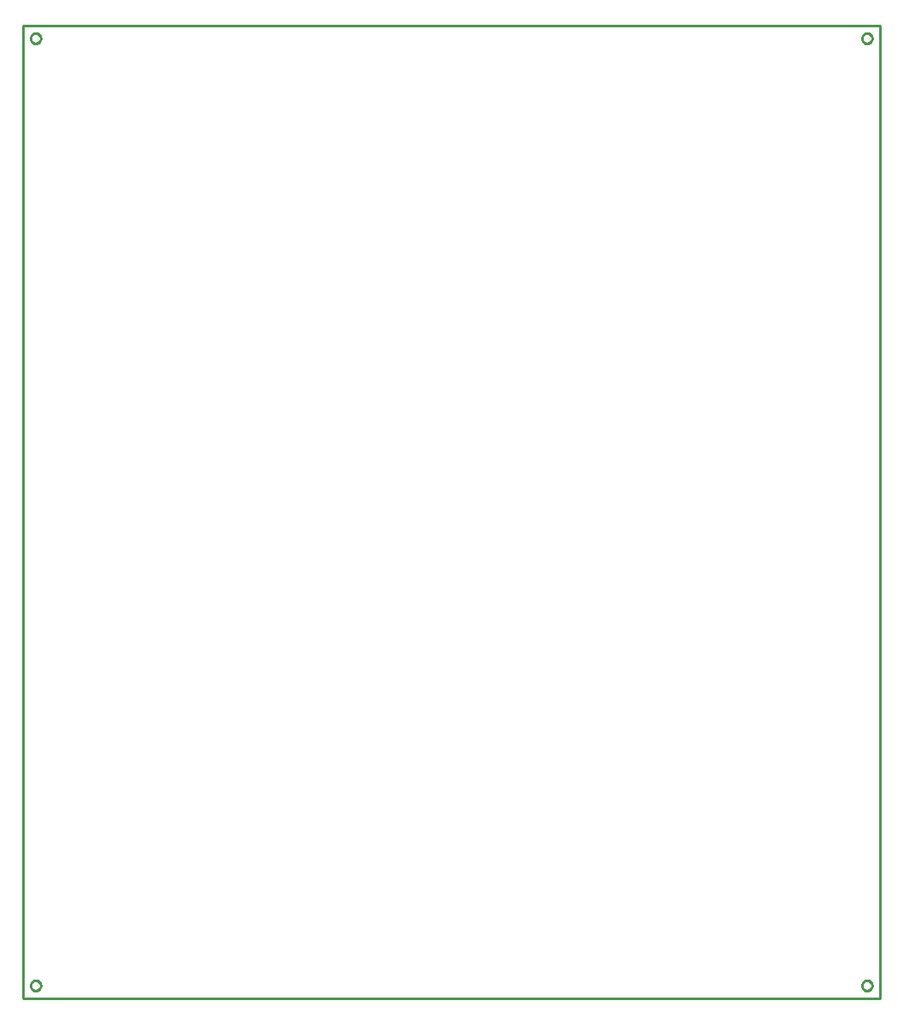
<source format=gbr>
G04 EAGLE Gerber RS-274X export*
G75*
%MOMM*%
%FSLAX34Y34*%
%LPD*%
%IN*%
%IPPOS*%
%AMOC8*
5,1,8,0,0,1.08239X$1,22.5*%
G01*
%ADD10C,0.254000*%


D10*
X0Y38100D02*
X851410Y38100D01*
X851410Y1003200D01*
X0Y1003200D01*
X0Y38100D01*
X17700Y990319D02*
X17637Y989761D01*
X17512Y989214D01*
X17327Y988684D01*
X17083Y988178D01*
X16784Y987702D01*
X16434Y987263D01*
X16037Y986866D01*
X15598Y986516D01*
X15122Y986217D01*
X14616Y985973D01*
X14086Y985788D01*
X13539Y985663D01*
X12981Y985600D01*
X12419Y985600D01*
X11861Y985663D01*
X11314Y985788D01*
X10784Y985973D01*
X10278Y986217D01*
X9802Y986516D01*
X9363Y986866D01*
X8966Y987263D01*
X8616Y987702D01*
X8317Y988178D01*
X8073Y988684D01*
X7888Y989214D01*
X7763Y989761D01*
X7700Y990319D01*
X7700Y990881D01*
X7763Y991439D01*
X7888Y991986D01*
X8073Y992516D01*
X8317Y993022D01*
X8616Y993498D01*
X8966Y993937D01*
X9363Y994334D01*
X9802Y994684D01*
X10278Y994983D01*
X10784Y995227D01*
X11314Y995412D01*
X11861Y995537D01*
X12419Y995600D01*
X12981Y995600D01*
X13539Y995537D01*
X14086Y995412D01*
X14616Y995227D01*
X15122Y994983D01*
X15598Y994684D01*
X16037Y994334D01*
X16434Y993937D01*
X16784Y993498D01*
X17083Y993022D01*
X17327Y992516D01*
X17512Y991986D01*
X17637Y991439D01*
X17700Y990881D01*
X17700Y990319D01*
X843200Y990319D02*
X843137Y989761D01*
X843012Y989214D01*
X842827Y988684D01*
X842583Y988178D01*
X842284Y987702D01*
X841934Y987263D01*
X841537Y986866D01*
X841098Y986516D01*
X840622Y986217D01*
X840116Y985973D01*
X839586Y985788D01*
X839039Y985663D01*
X838481Y985600D01*
X837919Y985600D01*
X837361Y985663D01*
X836814Y985788D01*
X836284Y985973D01*
X835778Y986217D01*
X835302Y986516D01*
X834863Y986866D01*
X834466Y987263D01*
X834116Y987702D01*
X833817Y988178D01*
X833573Y988684D01*
X833388Y989214D01*
X833263Y989761D01*
X833200Y990319D01*
X833200Y990881D01*
X833263Y991439D01*
X833388Y991986D01*
X833573Y992516D01*
X833817Y993022D01*
X834116Y993498D01*
X834466Y993937D01*
X834863Y994334D01*
X835302Y994684D01*
X835778Y994983D01*
X836284Y995227D01*
X836814Y995412D01*
X837361Y995537D01*
X837919Y995600D01*
X838481Y995600D01*
X839039Y995537D01*
X839586Y995412D01*
X840116Y995227D01*
X840622Y994983D01*
X841098Y994684D01*
X841537Y994334D01*
X841934Y993937D01*
X842284Y993498D01*
X842583Y993022D01*
X842827Y992516D01*
X843012Y991986D01*
X843137Y991439D01*
X843200Y990881D01*
X843200Y990319D01*
X843200Y50519D02*
X843137Y49961D01*
X843012Y49414D01*
X842827Y48884D01*
X842583Y48378D01*
X842284Y47902D01*
X841934Y47463D01*
X841537Y47066D01*
X841098Y46716D01*
X840622Y46417D01*
X840116Y46173D01*
X839586Y45988D01*
X839039Y45863D01*
X838481Y45800D01*
X837919Y45800D01*
X837361Y45863D01*
X836814Y45988D01*
X836284Y46173D01*
X835778Y46417D01*
X835302Y46716D01*
X834863Y47066D01*
X834466Y47463D01*
X834116Y47902D01*
X833817Y48378D01*
X833573Y48884D01*
X833388Y49414D01*
X833263Y49961D01*
X833200Y50519D01*
X833200Y51081D01*
X833263Y51639D01*
X833388Y52186D01*
X833573Y52716D01*
X833817Y53222D01*
X834116Y53698D01*
X834466Y54137D01*
X834863Y54534D01*
X835302Y54884D01*
X835778Y55183D01*
X836284Y55427D01*
X836814Y55612D01*
X837361Y55737D01*
X837919Y55800D01*
X838481Y55800D01*
X839039Y55737D01*
X839586Y55612D01*
X840116Y55427D01*
X840622Y55183D01*
X841098Y54884D01*
X841537Y54534D01*
X841934Y54137D01*
X842284Y53698D01*
X842583Y53222D01*
X842827Y52716D01*
X843012Y52186D01*
X843137Y51639D01*
X843200Y51081D01*
X843200Y50519D01*
X17700Y50519D02*
X17637Y49961D01*
X17512Y49414D01*
X17327Y48884D01*
X17083Y48378D01*
X16784Y47902D01*
X16434Y47463D01*
X16037Y47066D01*
X15598Y46716D01*
X15122Y46417D01*
X14616Y46173D01*
X14086Y45988D01*
X13539Y45863D01*
X12981Y45800D01*
X12419Y45800D01*
X11861Y45863D01*
X11314Y45988D01*
X10784Y46173D01*
X10278Y46417D01*
X9802Y46716D01*
X9363Y47066D01*
X8966Y47463D01*
X8616Y47902D01*
X8317Y48378D01*
X8073Y48884D01*
X7888Y49414D01*
X7763Y49961D01*
X7700Y50519D01*
X7700Y51081D01*
X7763Y51639D01*
X7888Y52186D01*
X8073Y52716D01*
X8317Y53222D01*
X8616Y53698D01*
X8966Y54137D01*
X9363Y54534D01*
X9802Y54884D01*
X10278Y55183D01*
X10784Y55427D01*
X11314Y55612D01*
X11861Y55737D01*
X12419Y55800D01*
X12981Y55800D01*
X13539Y55737D01*
X14086Y55612D01*
X14616Y55427D01*
X15122Y55183D01*
X15598Y54884D01*
X16037Y54534D01*
X16434Y54137D01*
X16784Y53698D01*
X17083Y53222D01*
X17327Y52716D01*
X17512Y52186D01*
X17637Y51639D01*
X17700Y51081D01*
X17700Y50519D01*
M02*

</source>
